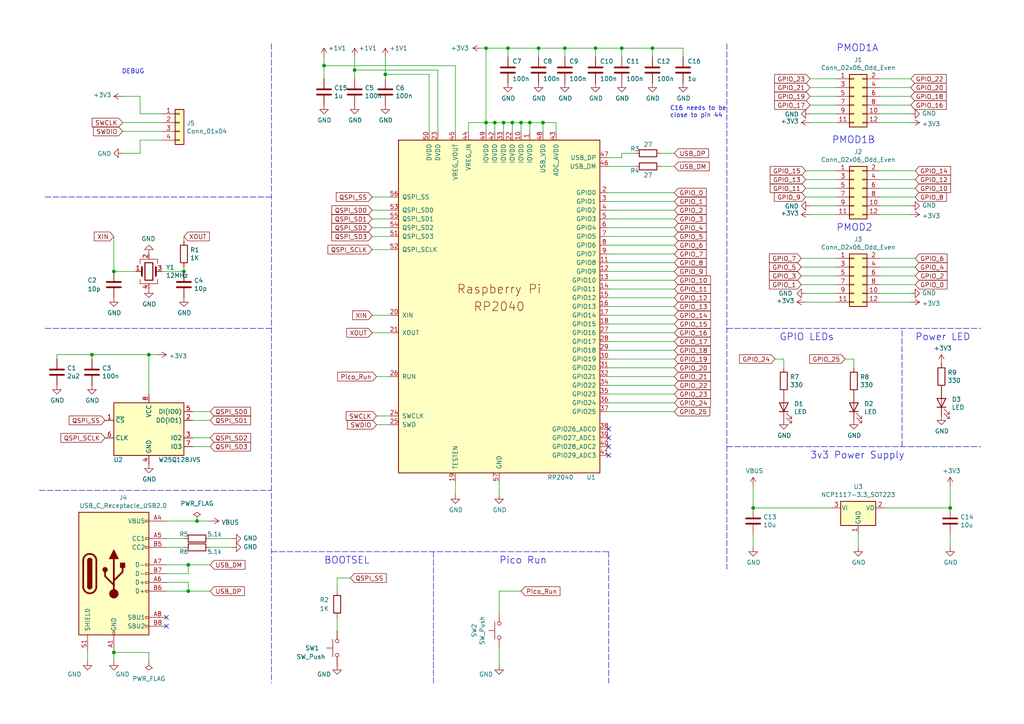
<source format=kicad_sch>
(kicad_sch (version 20211123) (generator eeschema)
  (paper "A4")
  (title_block (title "PMOD for Raspberry Pi RP2040") (date "2021-11-30") (rev "v0.1") (company "James Horton") (comment 1 "with an RP2040 Microcontroller.") (comment 2 "This board is designed for allowing the use of PMod modules") (comment 4 "Licensed Under CERN Open Hardware Licence Version 2 - Permissive"))
  (junction (at 102.87 20.32))
  (junction (at 157.48 35.56))
  (junction (at 43.18 102.87))
  (junction (at 275.59 147.32))
  (junction (at 180.34 13.97))
  (junction (at 140.97 13.97))
  (junction (at 148.59 35.56))
  (junction (at 172.72 13.97))
  (junction (at 218.44 147.32))
  (junction (at 146.05 35.56))
  (junction (at 54.61 171.45))
  (junction (at 53.34 78.74))
  (junction (at 143.51 35.56))
  (junction (at 33.02 78.74))
  (junction (at 57.15 151.13))
  (junction (at 26.67 102.87))
  (junction (at 140.97 35.56))
  (junction (at 156.21 13.97))
  (junction (at 189.23 13.97))
  (junction (at 151.13 35.56))
  (junction (at 147.32 13.97))
  (junction (at 111.76 21.59))
  (junction (at 153.67 35.56))
  (junction (at 163.83 13.97))
  (junction (at 54.61 163.83))
  (junction (at 93.98 19.05))
  (junction (at 33.02 189.23))
  (no_connect (at 176.53 132.08))
  (no_connect (at 176.53 129.54))
  (no_connect (at 48.26 179.07))
  (no_connect (at 48.26 181.61))
  (no_connect (at 176.53 127))
  (no_connect (at 176.53 124.46))
  (wire (pts (xy 242.57 74.93) (xy 232.41 74.93)))
  (wire (pts (xy 265.43 52.07) (xy 255.27 52.07)))
  (wire (pts (xy 48.26 151.13) (xy 57.15 151.13)))
  (wire (pts (xy 35.56 35.56) (xy 46.99 35.56)))
  (wire (pts (xy 163.83 16.51) (xy 163.83 13.97)))
  (wire (pts (xy 148.59 35.56) (xy 146.05 35.56)))
  (wire (pts (xy 275.59 140.97) (xy 275.59 147.32)))
  (wire (pts (xy 111.76 22.86) (xy 111.76 21.59)))
  (wire (pts (xy 233.68 57.15) (xy 242.57 57.15)))
  (wire (pts (xy 242.57 54.61) (xy 233.68 54.61)))
  (wire (pts (xy 157.48 38.1) (xy 157.48 35.56)))
  (wire (pts (xy 227.33 106.68) (xy 227.33 104.14)))
  (wire (pts (xy 255.27 49.53) (xy 265.43 49.53)))
  (wire (pts (xy 195.58 68.58) (xy 176.53 68.58)))
  (wire (pts (xy 33.02 191.77) (xy 33.02 189.23)))
  (wire (pts (xy 153.67 35.56) (xy 151.13 35.56)))
  (wire (pts (xy 54.61 168.91) (xy 54.61 171.45)))
  (wire (pts (xy 195.58 81.28) (xy 176.53 81.28)))
  (wire (pts (xy 242.57 30.48) (xy 234.95 30.48)))
  (wire (pts (xy 242.57 59.69) (xy 234.95 59.69)))
  (wire (pts (xy 113.03 57.15) (xy 107.95 57.15)))
  (wire (pts (xy 234.95 33.02) (xy 242.57 33.02)))
  (wire (pts (xy 132.08 139.7) (xy 132.08 143.51)))
  (wire (pts (xy 227.33 104.14) (xy 224.79 104.14)))
  (wire (pts (xy 242.57 35.56) (xy 234.95 35.56)))
  (wire (pts (xy 195.58 76.2) (xy 176.53 76.2)))
  (wire (pts (xy 264.16 30.48) (xy 255.27 30.48)))
  (wire (pts (xy 135.89 35.56) (xy 140.97 35.56)))
  (wire (pts (xy 195.58 58.42) (xy 176.53 58.42)))
  (wire (pts (xy 46.99 33.02) (xy 40.64 33.02)))
  (polyline (pts (xy 176.53 160.02) (xy 176.53 198.12)))
  (wire (pts (xy 161.29 35.56) (xy 157.48 35.56)))
  (wire (pts (xy 256.54 147.32) (xy 275.59 147.32)))
  (wire (pts (xy 255.27 22.86) (xy 264.16 22.86)))
  (wire (pts (xy 176.53 99.06) (xy 195.58 99.06)))
  (wire (pts (xy 111.76 16.51) (xy 111.76 21.59)))
  (wire (pts (xy 176.53 55.88) (xy 195.58 55.88)))
  (wire (pts (xy 176.53 45.72) (xy 180.34 45.72)))
  (wire (pts (xy 255.27 33.02) (xy 264.16 33.02)))
  (polyline (pts (xy 78.74 12.7) (xy 78.74 198.12)))
  (polyline (pts (xy 210.82 12.7) (xy 210.82 165.1)))
  (wire (pts (xy 60.96 171.45) (xy 54.61 171.45)))
  (wire (pts (xy 25.4 191.77) (xy 25.4 189.23)))
  (wire (pts (xy 113.03 63.5) (xy 107.95 63.5)))
  (wire (pts (xy 195.58 44.45) (xy 191.77 44.45)))
  (wire (pts (xy 176.53 66.04) (xy 195.58 66.04)))
  (wire (pts (xy 45.72 102.87) (xy 43.18 102.87)))
  (wire (pts (xy 147.32 16.51) (xy 147.32 13.97)))
  (wire (pts (xy 255.27 59.69) (xy 264.16 59.69)))
  (wire (pts (xy 139.7 13.97) (xy 140.97 13.97)))
  (wire (pts (xy 233.68 85.09) (xy 242.57 85.09)))
  (polyline (pts (xy 261.62 129.54) (xy 261.62 95.25)))
  (wire (pts (xy 195.58 109.22) (xy 176.53 109.22)))
  (wire (pts (xy 156.21 13.97) (xy 163.83 13.97)))
  (wire (pts (xy 153.67 38.1) (xy 153.67 35.56)))
  (wire (pts (xy 255.27 62.23) (xy 264.16 62.23)))
  (wire (pts (xy 264.16 85.09) (xy 255.27 85.09)))
  (wire (pts (xy 143.51 38.1) (xy 143.51 35.56)))
  (wire (pts (xy 151.13 38.1) (xy 151.13 35.56)))
  (polyline (pts (xy 78.74 95.25) (xy 12.7 95.25)))
  (wire (pts (xy 242.57 49.53) (xy 233.68 49.53)))
  (wire (pts (xy 107.95 66.04) (xy 113.03 66.04)))
  (wire (pts (xy 124.46 21.59) (xy 111.76 21.59)))
  (wire (pts (xy 264.16 25.4) (xy 255.27 25.4)))
  (wire (pts (xy 247.65 104.14) (xy 247.65 106.68)))
  (wire (pts (xy 255.27 80.01) (xy 265.43 80.01)))
  (wire (pts (xy 176.53 114.3) (xy 195.58 114.3)))
  (wire (pts (xy 176.53 104.14) (xy 195.58 104.14)))
  (wire (pts (xy 48.26 163.83) (xy 54.61 163.83)))
  (wire (pts (xy 109.22 109.22) (xy 113.03 109.22)))
  (wire (pts (xy 245.11 104.14) (xy 247.65 104.14)))
  (wire (pts (xy 43.18 102.87) (xy 26.67 102.87)))
  (wire (pts (xy 26.67 102.87) (xy 26.67 104.14)))
  (wire (pts (xy 172.72 13.97) (xy 172.72 16.51)))
  (wire (pts (xy 109.22 120.65) (xy 113.03 120.65)))
  (wire (pts (xy 265.43 57.15) (xy 255.27 57.15)))
  (wire (pts (xy 234.95 27.94) (xy 242.57 27.94)))
  (wire (pts (xy 67.31 156.21) (xy 60.96 156.21)))
  (wire (pts (xy 255.27 82.55) (xy 265.43 82.55)))
  (wire (pts (xy 161.29 38.1) (xy 161.29 35.56)))
  (wire (pts (xy 48.26 166.37) (xy 54.61 166.37)))
  (wire (pts (xy 176.53 83.82) (xy 195.58 83.82)))
  (wire (pts (xy 156.21 13.97) (xy 156.21 16.51)))
  (wire (pts (xy 248.92 158.75) (xy 248.92 154.94)))
  (wire (pts (xy 113.03 123.19) (xy 109.22 123.19)))
  (wire (pts (xy 43.18 189.23) (xy 33.02 189.23)))
  (wire (pts (xy 124.46 38.1) (xy 124.46 21.59)))
  (wire (pts (xy 176.53 73.66) (xy 195.58 73.66)))
  (wire (pts (xy 218.44 147.32) (xy 241.3 147.32)))
  (wire (pts (xy 242.57 80.01) (xy 232.41 80.01)))
  (wire (pts (xy 53.34 68.58) (xy 53.34 69.85)))
  (wire (pts (xy 198.12 16.51) (xy 198.12 13.97)))
  (polyline (pts (xy 78.74 160.02) (xy 176.53 160.02)))
  (wire (pts (xy 93.98 19.05) (xy 132.08 19.05)))
  (wire (pts (xy 46.99 78.74) (xy 53.34 78.74)))
  (wire (pts (xy 53.34 158.75) (xy 48.26 158.75)))
  (polyline (pts (xy 210.82 95.25) (xy 284.48 95.25)))
  (wire (pts (xy 16.51 102.87) (xy 16.51 104.14)))
  (wire (pts (xy 180.34 45.72) (xy 180.34 44.45)))
  (wire (pts (xy 144.78 139.7) (xy 144.78 143.51)))
  (polyline (pts (xy 125.73 160.02) (xy 125.73 198.12)))
  (wire (pts (xy 195.58 101.6) (xy 176.53 101.6)))
  (wire (pts (xy 143.51 35.56) (xy 140.97 35.56)))
  (wire (pts (xy 176.53 88.9) (xy 195.58 88.9)))
  (wire (pts (xy 97.79 167.64) (xy 97.79 171.45)))
  (wire (pts (xy 46.99 38.1) (xy 35.56 38.1)))
  (wire (pts (xy 53.34 77.47) (xy 53.34 78.74)))
  (wire (pts (xy 218.44 140.97) (xy 218.44 147.32)))
  (wire (pts (xy 144.78 193.04) (xy 144.78 187.96)))
  (wire (pts (xy 172.72 13.97) (xy 180.34 13.97)))
  (wire (pts (xy 176.53 106.68) (xy 195.58 106.68)))
  (wire (pts (xy 60.96 127) (xy 55.88 127)))
  (wire (pts (xy 176.53 48.26) (xy 184.15 48.26)))
  (wire (pts (xy 232.41 77.47) (xy 242.57 77.47)))
  (wire (pts (xy 242.57 87.63) (xy 233.68 87.63)))
  (wire (pts (xy 48.26 156.21) (xy 53.34 156.21)))
  (wire (pts (xy 176.53 71.12) (xy 195.58 71.12)))
  (wire (pts (xy 102.87 22.86) (xy 102.87 20.32)))
  (wire (pts (xy 172.72 13.97) (xy 163.83 13.97)))
  (wire (pts (xy 35.56 44.45) (xy 40.64 44.45)))
  (wire (pts (xy 107.95 72.39) (xy 113.03 72.39)))
  (wire (pts (xy 40.64 44.45) (xy 40.64 40.64)))
  (polyline (pts (xy 210.82 129.54) (xy 284.48 129.54)))
  (wire (pts (xy 195.58 86.36) (xy 176.53 86.36)))
  (wire (pts (xy 275.59 154.94) (xy 275.59 158.75)))
  (wire (pts (xy 60.96 121.92) (xy 55.88 121.92)))
  (wire (pts (xy 146.05 35.56) (xy 143.51 35.56)))
  (wire (pts (xy 195.58 119.38) (xy 176.53 119.38)))
  (wire (pts (xy 195.58 91.44) (xy 176.53 91.44)))
  (wire (pts (xy 54.61 171.45) (xy 48.26 171.45)))
  (wire (pts (xy 107.95 96.52) (xy 113.03 96.52)))
  (polyline (pts (xy 11.43 142.24) (xy 78.74 142.24)))
  (wire (pts (xy 107.95 60.96) (xy 113.03 60.96)))
  (wire (pts (xy 97.79 179.07) (xy 97.79 182.88)))
  (wire (pts (xy 55.88 129.54) (xy 60.96 129.54)))
  (wire (pts (xy 33.02 68.58) (xy 33.02 78.74)))
  (wire (pts (xy 54.61 163.83) (xy 60.96 163.83)))
  (wire (pts (xy 43.18 191.77) (xy 43.18 189.23)))
  (wire (pts (xy 127 38.1) (xy 127 20.32)))
  (wire (pts (xy 176.53 78.74) (xy 195.58 78.74)))
  (wire (pts (xy 67.31 158.75) (xy 60.96 158.75)))
  (wire (pts (xy 93.98 22.86) (xy 93.98 19.05)))
  (wire (pts (xy 102.87 16.51) (xy 102.87 20.32)))
  (wire (pts (xy 264.16 35.56) (xy 255.27 35.56)))
  (wire (pts (xy 195.58 111.76) (xy 176.53 111.76)))
  (wire (pts (xy 156.21 13.97) (xy 147.32 13.97)))
  (wire (pts (xy 54.61 166.37) (xy 54.61 163.83)))
  (wire (pts (xy 151.13 35.56) (xy 148.59 35.56)))
  (wire (pts (xy 102.87 20.32) (xy 127 20.32)))
  (polyline (pts (xy 78.74 57.15) (xy 12.7 57.15)))
  (wire (pts (xy 198.12 13.97) (xy 189.23 13.97)))
  (wire (pts (xy 234.95 62.23) (xy 242.57 62.23)))
  (wire (pts (xy 176.53 63.5) (xy 195.58 63.5)))
  (wire (pts (xy 113.03 91.44) (xy 107.95 91.44)))
  (wire (pts (xy 232.41 82.55) (xy 242.57 82.55)))
  (wire (pts (xy 195.58 96.52) (xy 176.53 96.52)))
  (wire (pts (xy 135.89 38.1) (xy 135.89 35.56)))
  (wire (pts (xy 255.27 74.93) (xy 265.43 74.93)))
  (wire (pts (xy 176.53 93.98) (xy 195.58 93.98)))
  (wire (pts (xy 148.59 38.1) (xy 148.59 35.56)))
  (wire (pts (xy 189.23 13.97) (xy 189.23 16.51)))
  (wire (pts (xy 146.05 38.1) (xy 146.05 35.56)))
  (wire (pts (xy 26.67 102.87) (xy 16.51 102.87)))
  (wire (pts (xy 176.53 116.84) (xy 195.58 116.84)))
  (wire (pts (xy 180.34 16.51) (xy 180.34 13.97)))
  (wire (pts (xy 57.15 151.13) (xy 60.96 151.13)))
  (wire (pts (xy 101.6 167.64) (xy 97.79 167.64)))
  (wire (pts (xy 255.27 54.61) (xy 265.43 54.61)))
  (wire (pts (xy 255.27 77.47) (xy 265.43 77.47)))
  (wire (pts (xy 218.44 154.94) (xy 218.44 158.75)))
  (wire (pts (xy 140.97 35.56) (xy 140.97 13.97)))
  (wire (pts (xy 40.64 33.02) (xy 40.64 27.94)))
  (wire (pts (xy 255.27 87.63) (xy 264.16 87.63)))
  (wire (pts (xy 144.78 177.8) (xy 144.78 171.45)))
  (wire (pts (xy 144.78 171.45) (xy 151.13 171.45)))
  (wire (pts (xy 48.26 168.91) (xy 54.61 168.91)))
  (wire (pts (xy 113.03 68.58) (xy 107.95 68.58)))
  (wire (pts (xy 60.96 119.38) (xy 55.88 119.38)))
  (wire (pts (xy 191.77 48.26) (xy 195.58 48.26)))
  (wire (pts (xy 233.68 52.07) (xy 242.57 52.07)))
  (wire (pts (xy 43.18 114.3) (xy 43.18 102.87)))
  (wire (pts (xy 132.08 19.05) (xy 132.08 38.1)))
  (wire (pts (xy 140.97 35.56) (xy 140.97 38.1)))
  (wire (pts (xy 180.34 44.45) (xy 184.15 44.45)))
  (wire (pts (xy 40.64 40.64) (xy 46.99 40.64)))
  (wire (pts (xy 255.27 27.94) (xy 264.16 27.94)))
  (wire (pts (xy 242.57 25.4) (xy 234.95 25.4)))
  (wire (pts (xy 157.48 35.56) (xy 153.67 35.56)))
  (wire (pts (xy 39.37 78.74) (xy 33.02 78.74)))
  (wire (pts (xy 234.95 22.86) (xy 242.57 22.86)))
  (wire (pts (xy 195.58 60.96) (xy 176.53 60.96)))
  (wire (pts (xy 189.23 13.97) (xy 180.34 13.97)))
  (wire (pts (xy 93.98 19.05) (xy 93.98 16.51)))
  (wire (pts (xy 40.64 27.94) (xy 35.56 27.94)))
  (wire (pts (xy 140.97 13.97) (xy 147.32 13.97)))
  (text "Pico Run" (at 144.78 163.83 0) (effects (font (size 2.0066 2.0066)) (justify left bottom)))
  (text "PMOD1B" (at 241.3 41.91 0) (effects (font (size 2.0066 2.0066)) (justify left bottom)))
  (text "Power LED" (at 265.43 99.06 0) (effects (font (size 2.0066 2.0066)) (justify left bottom)))
  (text "DEBUG" (at 41.91 21.59 180) (effects (font (size 1.2954 1.2954)) (justify right bottom)))
  (text "GPIO LEDs" (at 226.06 99.06 0) (effects (font (size 2.0066 2.0066)) (justify left bottom)))
  (text "3v3 Power Supply" (at 234.95 133.35 0) (effects (font (size 2.0066 2.0066)) (justify left bottom)))
  (text "PMOD2" (at 242.57 67.31 0) (effects (font (size 2.0066 2.0066)) (justify left bottom)))
  (text "PMOD1A" (at 242.57 15.24 0) (effects (font (size 2.0066 2.0066)) (justify left bottom)))
  (text "BOOTSEL" (at 93.98 163.83 0) (effects (font (size 2.0066 2.0066)) (justify left bottom)))
  (text "C16 needs to be \nclose to pin 44" (at 194.31 34.29 0) (effects (font (size 1.27 1.27)) (justify left bottom)))
  (global_label "QSPI_SD3" (shape input) (at 107.95 68.58 180) (effects (font (size 1.2954 1.2954))) (property "Intersheet References" "${INTERSHEET_REFS}" (effects hide)))
  (global_label "GPIO_10" (shape input) (at 265.43 54.61 0) (property "Intersheet References" "${INTERSHEET_REFS}" (effects hide)))
  (global_label "GPIO_9" (shape input) (at 233.68 57.15 180) (property "Intersheet References" "${INTERSHEET_REFS}" (effects hide)))
  (global_label "GPIO_1" (shape input) (at 195.58 58.42 0) (effects (font (size 1.2954 1.2954))) (property "Intersheet References" "${INTERSHEET_REFS}" (effects hide)))
  (global_label "QSPI_SCLK" (shape input) (at 30.48 127 180) (effects (font (size 1.2954 1.2954))) (property "Intersheet References" "${INTERSHEET_REFS}" (effects hide)))
  (global_label "GPIO_0" (shape input) (at 265.43 82.55 0) (effects (font (size 1.2954 1.2954))) (property "Intersheet References" "${INTERSHEET_REFS}" (effects hide)))
  (global_label "Pico_Run" (shape input) (at 109.22 109.22 180) (effects (font (size 1.2954 1.2954))) (property "Intersheet References" "${INTERSHEET_REFS}" (effects hide)))
  (global_label "SWCLK" (shape input) (at 35.56 35.56 180) (effects (font (size 1.2954 1.2954))) (property "Intersheet References" "${INTERSHEET_REFS}" (effects hide)))
  (global_label "GPIO_21" (shape input) (at 234.95 25.4 180) (property "Intersheet References" "${INTERSHEET_REFS}" (effects hide)))
  (global_label "GPIO_14" (shape input) (at 265.43 49.53 0) (property "Intersheet References" "${INTERSHEET_REFS}" (effects hide)))
  (global_label "GPIO_6" (shape input) (at 195.58 71.12 0) (effects (font (size 1.2954 1.2954))) (property "Intersheet References" "${INTERSHEET_REFS}" (effects hide)))
  (global_label "GPIO_8" (shape input) (at 265.43 57.15 0) (property "Intersheet References" "${INTERSHEET_REFS}" (effects hide)))
  (global_label "GPIO_4" (shape input) (at 265.43 77.47 0) (effects (font (size 1.2954 1.2954))) (property "Intersheet References" "${INTERSHEET_REFS}" (effects hide)))
  (global_label "QSPI_SCLK" (shape input) (at 107.95 72.39 180) (effects (font (size 1.2954 1.2954))) (property "Intersheet References" "${INTERSHEET_REFS}" (effects hide)))
  (global_label "GPIO_10" (shape input) (at 195.58 81.28 0) (effects (font (size 1.2954 1.2954))) (property "Intersheet References" "${INTERSHEET_REFS}" (effects hide)))
  (global_label "GPIO_13" (shape input) (at 233.68 52.07 180) (property "Intersheet References" "${INTERSHEET_REFS}" (effects hide)))
  (global_label "QSPI_SS" (shape input) (at 101.6 167.64 0) (effects (font (size 1.2954 1.2954))) (property "Intersheet References" "${INTERSHEET_REFS}" (effects hide)))
  (global_label "SWCLK" (shape input) (at 109.22 120.65 180) (effects (font (size 1.2954 1.2954))) (property "Intersheet References" "${INTERSHEET_REFS}" (effects hide)))
  (global_label "XOUT" (shape input) (at 53.34 68.58 0) (effects (font (size 1.2954 1.2954))) (property "Intersheet References" "${INTERSHEET_REFS}" (effects hide)))
  (global_label "GPIO_11" (shape input) (at 195.58 83.82 0) (effects (font (size 1.2954 1.2954))) (property "Intersheet References" "${INTERSHEET_REFS}" (effects hide)))
  (global_label "GPIO_3" (shape input) (at 232.41 80.01 180) (effects (font (size 1.2954 1.2954))) (property "Intersheet References" "${INTERSHEET_REFS}" (effects hide)))
  (global_label "GPIO_1" (shape input) (at 232.41 82.55 180) (effects (font (size 1.2954 1.2954))) (property "Intersheet References" "${INTERSHEET_REFS}" (effects hide)))
  (global_label "QSPI_SD1" (shape input) (at 107.95 63.5 180) (effects (font (size 1.2954 1.2954))) (property "Intersheet References" "${INTERSHEET_REFS}" (effects hide)))
  (global_label "GPIO_0" (shape input) (at 195.58 55.88 0) (effects (font (size 1.2954 1.2954))) (property "Intersheet References" "${INTERSHEET_REFS}" (effects hide)))
  (global_label "GPIO_16" (shape input) (at 195.58 96.52 0) (effects (font (size 1.2954 1.2954))) (property "Intersheet References" "${INTERSHEET_REFS}" (effects hide)))
  (global_label "GPIO_24" (shape input) (at 224.79 104.14 180) (property "Intersheet References" "${INTERSHEET_REFS}" (effects hide)))
  (global_label "GPIO_13" (shape input) (at 195.58 88.9 0) (effects (font (size 1.2954 1.2954))) (property "Intersheet References" "${INTERSHEET_REFS}" (effects hide)))
  (global_label "GPIO_23" (shape input) (at 195.58 114.3 0) (effects (font (size 1.2954 1.2954))) (property "Intersheet References" "${INTERSHEET_REFS}" (effects hide)))
  (global_label "GPIO_15" (shape input) (at 195.58 93.98 0) (effects (font (size 1.2954 1.2954))) (property "Intersheet References" "${INTERSHEET_REFS}" (effects hide)))
  (global_label "QSPI_SD2" (shape input) (at 60.96 127 0) (effects (font (size 1.2954 1.2954))) (property "Intersheet References" "${INTERSHEET_REFS}" (effects hide)))
  (global_label "QSPI_SD3" (shape input) (at 60.96 129.54 0) (effects (font (size 1.2954 1.2954))) (property "Intersheet References" "${INTERSHEET_REFS}" (effects hide)))
  (global_label "GPIO_23" (shape input) (at 234.95 22.86 180) (property "Intersheet References" "${INTERSHEET_REFS}" (effects hide)))
  (global_label "Pico_Run" (shape input) (at 151.13 171.45 0) (effects (font (size 1.2954 1.2954))) (property "Intersheet References" "${INTERSHEET_REFS}" (effects hide)))
  (global_label "GPIO_8" (shape input) (at 195.58 76.2 0) (effects (font (size 1.2954 1.2954))) (property "Intersheet References" "${INTERSHEET_REFS}" (effects hide)))
  (global_label "QSPI_SD0" (shape input) (at 60.96 119.38 0) (effects (font (size 1.2954 1.2954))) (property "Intersheet References" "${INTERSHEET_REFS}" (effects hide)))
  (global_label "QSPI_SS" (shape input) (at 107.95 57.15 180) (effects (font (size 1.2954 1.2954))) (property "Intersheet References" "${INTERSHEET_REFS}" (effects hide)))
  (global_label "GPIO_20" (shape input) (at 195.58 106.68 0) (effects (font (size 1.2954 1.2954))) (property "Intersheet References" "${INTERSHEET_REFS}" (effects hide)))
  (global_label "GPIO_9" (shape input) (at 195.58 78.74 0) (effects (font (size 1.2954 1.2954))) (property "Intersheet References" "${INTERSHEET_REFS}" (effects hide)))
  (global_label "GPIO_2" (shape input) (at 265.43 80.01 0) (effects (font (size 1.2954 1.2954))) (property "Intersheet References" "${INTERSHEET_REFS}" (effects hide)))
  (global_label "QSPI_SD0" (shape input) (at 107.95 60.96 180) (effects (font (size 1.2954 1.2954))) (property "Intersheet References" "${INTERSHEET_REFS}" (effects hide)))
  (global_label "GPIO_22" (shape input) (at 195.58 111.76 0) (effects (font (size 1.2954 1.2954))) (property "Intersheet References" "${INTERSHEET_REFS}" (effects hide)))
  (global_label "GPIO_21" (shape input) (at 195.58 109.22 0) (effects (font (size 1.2954 1.2954))) (property "Intersheet References" "${INTERSHEET_REFS}" (effects hide)))
  (global_label "GPIO_19" (shape input) (at 195.58 104.14 0) (effects (font (size 1.2954 1.2954))) (property "Intersheet References" "${INTERSHEET_REFS}" (effects hide)))
  (global_label "GPIO_18" (shape input) (at 264.16 27.94 0) (property "Intersheet References" "${INTERSHEET_REFS}" (effects hide)))
  (global_label "GPIO_5" (shape input) (at 195.58 68.58 0) (effects (font (size 1.2954 1.2954))) (property "Intersheet References" "${INTERSHEET_REFS}" (effects hide)))
  (global_label "USB_DP" (shape input) (at 60.96 171.45 0) (effects (font (size 1.2954 1.2954))) (property "Intersheet References" "${INTERSHEET_REFS}" (effects hide)))
  (global_label "XIN" (shape input) (at 107.95 91.44 180) (effects (font (size 1.2954 1.2954))) (property "Intersheet References" "${INTERSHEET_REFS}" (effects hide)))
  (global_label "XIN" (shape input) (at 33.02 68.58 180) (effects (font (size 1.2954 1.2954))) (property "Intersheet References" "${INTERSHEET_REFS}" (effects hide)))
  (global_label "GPIO_25" (shape input) (at 195.58 119.38 0) (property "Intersheet References" "${INTERSHEET_REFS}" (effects hide)))
  (global_label "GPIO_17" (shape input) (at 195.58 99.06 0) (effects (font (size 1.2954 1.2954))) (property "Intersheet References" "${INTERSHEET_REFS}" (effects hide)))
  (global_label "SWDIO" (shape input) (at 35.56 38.1 180) (effects (font (size 1.2954 1.2954))) (property "Intersheet References" "${INTERSHEET_REFS}" (effects hide)))
  (global_label "GPIO_25" (shape input) (at 245.11 104.14 180) (property "Intersheet References" "${INTERSHEET_REFS}" (effects hide)))
  (global_label "GPIO_11" (shape input) (at 233.68 54.61 180) (property "Intersheet References" "${INTERSHEET_REFS}" (effects hide)))
  (global_label "GPIO_7" (shape input) (at 195.58 73.66 0) (effects (font (size 1.2954 1.2954))) (property "Intersheet References" "${INTERSHEET_REFS}" (effects hide)))
  (global_label "SWDIO" (shape input) (at 109.22 123.19 180) (effects (font (size 1.2954 1.2954))) (property "Intersheet References" "${INTERSHEET_REFS}" (effects hide)))
  (global_label "GPIO_19" (shape input) (at 234.95 27.94 180) (property "Intersheet References" "${INTERSHEET_REFS}" (effects hide)))
  (global_label "GPIO_5" (shape input) (at 232.41 77.47 180) (effects (font (size 1.2954 1.2954))) (property "Intersheet References" "${INTERSHEET_REFS}" (effects hide)))
  (global_label "GPIO_24" (shape input) (at 195.58 116.84 0) (effects (font (size 1.2954 1.2954))) (property "Intersheet References" "${INTERSHEET_REFS}" (effects hide)))
  (global_label "GPIO_12" (shape input) (at 265.43 52.07 0) (property "Intersheet References" "${INTERSHEET_REFS}" (effects hide)))
  (global_label "QSPI_SD1" (shape input) (at 60.96 121.92 0) (effects (font (size 1.2954 1.2954))) (property "Intersheet References" "${INTERSHEET_REFS}" (effects hide)))
  (global_label "GPIO_14" (shape input) (at 195.58 91.44 0) (effects (font (size 1.2954 1.2954))) (property "Intersheet References" "${INTERSHEET_REFS}" (effects hide)))
  (global_label "QSPI_SD2" (shape input) (at 107.95 66.04 180) (effects (font (size 1.2954 1.2954))) (property "Intersheet References" "${INTERSHEET_REFS}" (effects hide)))
  (global_label "GPIO_12" (shape input) (at 195.58 86.36 0) (effects (font (size 1.2954 1.2954))) (property "Intersheet References" "${INTERSHEET_REFS}" (effects hide)))
  (global_label "GPIO_20" (shape input) (at 264.16 25.4 0) (property "Intersheet References" "${INTERSHEET_REFS}" (effects hide)))
  (global_label "GPIO_3" (shape input) (at 195.58 63.5 0) (effects (font (size 1.2954 1.2954))) (property "Intersheet References" "${INTERSHEET_REFS}" (effects hide)))
  (global_label "GPIO_4" (shape input) (at 195.58 66.04 0) (effects (font (size 1.2954 1.2954))) (property "Intersheet References" "${INTERSHEET_REFS}" (effects hide)))
  (global_label "GPIO_16" (shape input) (at 264.16 30.48 0) (property "Intersheet References" "${INTERSHEET_REFS}" (effects hide)))
  (global_label "GPIO_15" (shape input) (at 233.68 49.53 180) (property "Intersheet References" "${INTERSHEET_REFS}" (effects hide)))
  (global_label "XOUT" (shape input) (at 107.95 96.52 180) (effects (font (size 1.2954 1.2954))) (property "Intersheet References" "${INTERSHEET_REFS}" (effects hide)))
  (global_label "GPIO_17" (shape input) (at 234.95 30.48 180) (property "Intersheet References" "${INTERSHEET_REFS}" (effects hide)))
  (global_label "GPIO_6" (shape input) (at 265.43 74.93 0) (effects (font (size 1.2954 1.2954))) (property "Intersheet References" "${INTERSHEET_REFS}" (effects hide)))
  (global_label "GPIO_2" (shape input) (at 195.58 60.96 0) (effects (font (size 1.2954 1.2954))) (property "Intersheet References" "${INTERSHEET_REFS}" (effects hide)))
  (global_label "GPIO_22" (shape input) (at 264.16 22.86 0) (property "Intersheet References" "${INTERSHEET_REFS}" (effects hide)))
  (global_label "USB_DM" (shape input) (at 60.96 163.83 0) (effects (font (size 1.2954 1.2954))) (property "Intersheet References" "${INTERSHEET_REFS}" (effects hide)))
  (global_label "GPIO_18" (shape input) (at 195.58 101.6 0) (effects (font (size 1.2954 1.2954))) (property "Intersheet References" "${INTERSHEET_REFS}" (effects hide)))
  (global_label "USB_DP" (shape input) (at 195.58 44.45 0) (effects (font (size 1.2954 1.2954))) (property "Intersheet References" "${INTERSHEET_REFS}" (effects hide)))
  (global_label "QSPI_SS" (shape input) (at 30.48 121.92 180) (effects (font (size 1.2954 1.2954))) (property "Intersheet References" "${INTERSHEET_REFS}" (effects hide)))
  (global_label "GPIO_7" (shape input) (at 232.41 74.93 180) (effects (font (size 1.2954 1.2954))) (property "Intersheet References" "${INTERSHEET_REFS}" (effects hide)))
  (global_label "USB_DM" (shape input) (at 195.58 48.26 0) (effects (font (size 1.2954 1.2954))) (property "Intersheet References" "${INTERSHEET_REFS}" (effects hide)))
  (symbol (lib_id "RaspberryPi:RP2040") (at 144.78 88.9 0) (unit 1)
    (property "Reference" "U1" (at 171.45 138.43 0))
    (property "Value" "RP2040" (at 162.56 138.43 0))
    (property "Footprint" "RaspberryPi:RP2040-QFN-56" (effects hide))
  )
  (symbol (lib_id "Connector_Generic:Conn_02x06_Odd_Even") (at 247.65 27.94 0) (unit 1)
    (property "Reference" "J1" (at 248.92 17.3482 0))
    (property "Value" "Conn_02x06_Odd_Even" (at 248.92 19.6596 0))
    (property "Footprint" "Connector_PinHeader_2.54mm:PinHeader_2x06_P2.54mm_Vertical" (effects hide))
  )
  (symbol (lib_id "Connector_Generic:Conn_02x06_Odd_Even") (at 247.65 54.61 0) (unit 1)
    (property "Reference" "J2" (at 248.92 44.0182 0))
    (property "Value" "Conn_02x06_Odd_Even" (at 248.92 46.3296 0))
    (property "Footprint" "Connector_PinHeader_2.54mm:PinHeader_2x06_P2.54mm_Vertical" (effects hide))
  )
  (symbol (lib_id "Connector_Generic:Conn_02x06_Odd_Even") (at 247.65 80.01 0) (unit 1)
    (property "Reference" "J3" (at 248.92 69.4182 0))
    (property "Value" "Conn_02x06_Odd_Even" (at 248.92 71.7296 0))
    (property "Footprint" "Connector_PinHeader_2.54mm:PinHeader_2x06_P2.54mm_Vertical" (effects hide))
  )
  (symbol (lib_id "power:GND") (at 233.68 85.09 270) (unit 1)
    (property "Reference" "#PWR0104" (effects hide))
    (property "Value" "GND" (at 229.87 85.09 90) (effects (justify right)))
  )
  (symbol (lib_id "power:GND") (at 264.16 85.09 90) (unit 1)
    (property "Reference" "#PWR0101" (effects hide))
    (property "Value" "GND" (at 267.4112 84.963 90) (effects (justify right)))
  )
  (symbol (lib_id "power:+3V3") (at 264.16 87.63 270) (unit 1)
    (property "Reference" "#PWR0102" (effects hide))
    (property "Value" "+3V3" (at 267.4112 88.011 90) (effects (justify left)))
  )
  (symbol (lib_id "power:+3V3") (at 233.68 87.63 90) (unit 1)
    (property "Reference" "#PWR0103" (effects hide))
    (property "Value" "+3V3" (at 230.4288 87.249 90) (effects (justify left)))
  )
  (symbol (lib_id "power:+3V3") (at 234.95 62.23 90) (unit 1)
    (property "Reference" "#PWR0105" (effects hide))
    (property "Value" "+3V3" (at 231.6988 61.849 90) (effects (justify left)))
  )
  (symbol (lib_id "power:GND") (at 234.95 59.69 270) (unit 1)
    (property "Reference" "#PWR0106" (effects hide))
    (property "Value" "GND" (at 231.6988 59.817 90) (effects (justify right)))
  )
  (symbol (lib_id "power:+3V3") (at 234.95 35.56 90) (unit 1)
    (property "Reference" "#PWR0107" (effects hide))
    (property "Value" "+3V3" (at 231.6988 35.179 90) (effects (justify left)))
  )
  (symbol (lib_id "power:GND") (at 234.95 33.02 270) (unit 1)
    (property "Reference" "#PWR0108" (effects hide))
    (property "Value" "GND" (at 231.6988 33.147 90) (effects (justify right)))
  )
  (symbol (lib_id "power:GND") (at 264.16 59.69 90) (unit 1)
    (property "Reference" "#PWR0109" (effects hide))
    (property "Value" "GND" (at 267.4112 59.563 90) (effects (justify right)))
  )
  (symbol (lib_id "power:+3V3") (at 264.16 62.23 270) (unit 1)
    (property "Reference" "#PWR0110" (effects hide))
    (property "Value" "+3V3" (at 267.4112 62.611 90) (effects (justify left)))
  )
  (symbol (lib_id "power:GND") (at 264.16 33.02 90) (unit 1)
    (property "Reference" "#PWR0111" (effects hide))
    (property "Value" "GND" (at 267.4112 32.893 90) (effects (justify right)))
  )
  (symbol (lib_id "power:+3V3") (at 264.16 35.56 270) (unit 1)
    (property "Reference" "#PWR0112" (effects hide))
    (property "Value" "+3V3" (at 267.4112 35.941 90) (effects (justify left)))
  )
  (symbol (lib_id "power:GND") (at 144.78 143.51 0) (unit 1)
    (property "Reference" "#PWR0113" (effects hide))
    (property "Value" "GND" (at 144.907 147.9042 0))
  )
  (symbol (lib_id "Switch:SW_Push") (at 97.79 187.96 90) (unit 1)
    (property "Reference" "SW1" (at 90.551 187.96 90))
    (property "Value" "SW_Push" (at 90.17 190.5 90))
    (property "Footprint" "Button_Switch_THT:SW_PUSH_6mm_H4.3mm" (effects hide))
  )
  (symbol (lib_id "Switch:SW_Push") (at 144.78 182.88 90) (unit 1)
    (property "Reference" "SW2" (at 137.541 182.88 0))
    (property "Value" "SW_Push" (at 139.8524 182.88 0))
    (property "Footprint" "Button_Switch_THT:SW_PUSH_6mm_H4.3mm" (effects hide))
  )
  (symbol (lib_id "power:GND") (at 97.79 193.04 0) (unit 1)
    (property "Reference" "#PWR0114" (effects hide))
    (property "Value" "GND" (at 93.98 195.58 0))
  )
  (symbol (lib_id "Device:R") (at 97.79 175.26 0) (unit 1)
    (property "Reference" "R2" (at 92.71 173.99 0) (effects (justify left)))
    (property "Value" "1K" (at 92.71 176.53 0) (effects (justify left)))
    (property "Footprint" "Resistor_SMD:R_0603_1608Metric" (effects hide))
  )
  (symbol (lib_id "power:GND") (at 144.78 193.04 0) (unit 1)
    (property "Reference" "#PWR0115" (effects hide))
    (property "Value" "GND" (at 140.97 195.58 0))
  )
  (symbol (lib_id "Connector:USB_C_Receptacle_USB2.0") (at 33.02 166.37 0) (unit 1)
    (property "Reference" "J4" (at 35.7378 144.3482 0))
    (property "Value" "USB_C_Receptacle_USB2.0" (at 35.7378 146.6596 0))
    (property "Footprint" "Connector_USB:USB_C_Receptacle_Amphenol_12401610E4-2A_CircularHoles" (effects hide))
    (property "Datasheet" "https://www.usb.org/sites/default/files/documents/usb_type-c.zip" (effects hide))
  )
  (symbol (lib_id "Memory_Flash:W25Q128JVS") (at 43.18 124.46 0) (unit 1)
    (property "Reference" "U2" (at 34.29 133.35 0))
    (property "Value" "W25Q128JVS" (at 52.07 133.35 0))
    (property "Footprint" "Package_SO:SOIC-8_5.23x5.23mm_P1.27mm" (effects hide))
    (property "Datasheet" "http://www.winbond.com/resource-files/w25q128jv_dtr%20revc%2003272018%20plus.pdf" (effects hide))
  )
  (symbol (lib_id "power:GND") (at 33.02 191.77 0) (unit 1)
    (property "Reference" "#PWR0116" (effects hide))
    (property "Value" "GND" (at 35.56 195.58 0))
  )
  (symbol (lib_id "power:GND") (at 25.4 191.77 0) (unit 1)
    (property "Reference" "#PWR0117" (effects hide))
    (property "Value" "GND" (at 21.59 195.58 0))
  )
  (symbol (lib_id "Device:Crystal_GND24") (at 43.18 78.74 0) (unit 1)
    (property "Reference" "Y1" (at 48.1076 77.5716 0) (effects (justify left)))
    (property "Value" "12MHz" (at 48.1076 79.883 0) (effects (justify left)))
    (property "Footprint" "Crystal:Crystal_SMD_SeikoEpson_FA238-4Pin_3.2x2.5mm" (effects hide))
  )
  (symbol (lib_id "power:GND") (at 43.18 83.82 0) (unit 1)
    (property "Reference" "#PWR0144" (effects hide))
    (property "Value" "GND" (at 43.307 88.2142 0))
  )
  (symbol (lib_id "power:GND") (at 43.18 73.66 180) (unit 1)
    (property "Reference" "#PWR0145" (effects hide))
    (property "Value" "GND" (at 43.053 69.2658 0))
  )
  (symbol (lib_id "Regulator_Linear:NCP1117-3.3_SOT223") (at 248.92 147.32 0) (unit 1)
    (property "Reference" "U3" (at 248.92 141.1732 0))
    (property "Value" "NCP1117-3.3_SOT223" (at 248.92 143.4846 0))
    (property "Footprint" "Package_TO_SOT_SMD:SOT-223-3_TabPin2" (effects hide))
    (property "Datasheet" "http://www.onsemi.com/pub_link/Collateral/NCP1117-D.PDF" (effects hide))
  )
  (symbol (lib_id "power:GND") (at 248.92 158.75 0) (unit 1)
    (property "Reference" "#PWR0146" (effects hide))
    (property "Value" "GND" (at 249.047 163.1442 0))
  )
  (symbol (lib_id "power:GND") (at 275.59 158.75 0) (unit 1)
    (property "Reference" "#PWR0147" (effects hide))
    (property "Value" "GND" (at 275.717 163.1442 0))
  )
  (symbol (lib_id "power:GND") (at 218.44 158.75 0) (unit 1)
    (property "Reference" "#PWR0148" (effects hide))
    (property "Value" "GND" (at 218.567 163.1442 0))
  )
  (symbol (lib_id "power:+3V3") (at 45.72 102.87 270) (unit 1)
    (property "Reference" "#PWR0118" (effects hide))
    (property "Value" "+3V3" (at 48.9712 103.251 90) (effects (justify left)))
  )
  (symbol (lib_id "power:GND") (at 43.18 134.62 0) (unit 1)
    (property "Reference" "#PWR0119" (effects hide))
    (property "Value" "GND" (at 43.307 139.0142 0))
  )
  (symbol (lib_id "Device:C") (at 26.67 107.95 0) (unit 1)
    (property "Reference" "C3" (at 29.591 106.7816 0) (effects (justify left)))
    (property "Value" "100n" (at 29.591 109.093 0) (effects (justify left)))
    (property "Footprint" "Capacitor_SMD:C_0603_1608Metric" (effects hide))
  )
  (symbol (lib_id "Device:C") (at 16.51 107.95 0) (unit 1)
    (property "Reference" "C1" (at 19.431 106.7816 0) (effects (justify left)))
    (property "Value" "2u2" (at 19.431 109.093 0) (effects (justify left)))
    (property "Footprint" "Capacitor_SMD:C_0603_1608Metric" (effects hide))
  )
  (symbol (lib_id "power:GND") (at 16.51 111.76 0) (unit 1)
    (property "Reference" "#PWR0120" (effects hide))
    (property "Value" "GND" (at 16.637 116.1542 0))
  )
  (symbol (lib_id "power:GND") (at 26.67 111.76 0) (unit 1)
    (property "Reference" "#PWR0121" (effects hide))
    (property "Value" "GND" (at 26.797 116.1542 0))
  )
  (symbol (lib_id "Device:C") (at 275.59 151.13 0) (unit 1)
    (property "Reference" "C14" (at 278.511 149.9616 0) (effects (justify left)))
    (property "Value" "10u" (at 278.511 152.273 0) (effects (justify left)))
    (property "Footprint" "Capacitor_SMD:C_0603_1608Metric" (effects hide))
  )
  (symbol (lib_id "Device:C") (at 218.44 151.13 0) (unit 1)
    (property "Reference" "C13" (at 221.361 149.9616 0) (effects (justify left)))
    (property "Value" "10u" (at 221.361 152.273 0) (effects (justify left)))
    (property "Footprint" "Capacitor_SMD:C_0603_1608Metric" (effects hide))
  )
  (symbol (lib_id "power:+1V1") (at 93.98 16.51 0) (unit 1)
    (property "Reference" "#PWR0143" (effects hide))
    (property "Value" "+1V1" (at 97.79 13.97 0))
  )
  (symbol (lib_id "Device:C") (at 93.98 26.67 0) (unit 1)
    (property "Reference" "C15" (at 96.901 25.5016 0) (effects (justify left)))
    (property "Value" "1u" (at 96.901 27.813 0) (effects (justify left)))
    (property "Footprint" "Capacitor_SMD:C_0603_1608Metric" (effects hide))
  )
  (symbol (lib_id "power:GND") (at 93.98 30.48 0) (unit 1)
    (property "Reference" "#PWR0149" (effects hide))
    (property "Value" "GND" (at 94.107 34.8742 0))
  )
  (symbol (lib_id "Device:R") (at 187.96 44.45 270) (unit 1)
    (property "Reference" "R3" (at 184.15 43.18 90))
    (property "Value" "27" (at 187.96 41.91 90))
    (property "Footprint" "Resistor_SMD:R_0603_1608Metric" (effects hide))
  )
  (symbol (lib_id "Device:R") (at 187.96 48.26 270) (unit 1)
    (property "Reference" "R4" (at 184.15 49.53 90))
    (property "Value" "27" (at 187.96 50.8 90))
    (property "Footprint" "Resistor_SMD:R_0603_1608Metric" (effects hide))
  )
  (symbol (lib_id "Device:R") (at 57.15 156.21 270) (unit 1)
    (property "Reference" "R5" (at 53.34 154.94 90))
    (property "Value" "5.1k" (at 62.23 154.94 90))
    (property "Footprint" "Resistor_SMD:R_0603_1608Metric" (effects hide))
  )
  (symbol (lib_id "Device:R") (at 57.15 158.75 90) (unit 1)
    (property "Reference" "R6" (at 53.34 160.02 90))
    (property "Value" "5.1k" (at 62.23 160.02 90))
    (property "Footprint" "Resistor_SMD:R_0603_1608Metric" (effects hide))
  )
  (symbol (lib_id "Device:C") (at 198.12 20.32 0) (unit 1)
    (property "Reference" "C16" (at 199.39 17.78 0) (effects (justify left)))
    (property "Value" "1u" (at 199.39 22.86 0) (effects (justify left)))
    (property "Footprint" "Capacitor_SMD:C_0603_1608Metric" (effects hide))
  )
  (symbol (lib_id "power:GND") (at 198.12 24.13 0) (unit 1)
    (property "Reference" "#PWR0150" (effects hide))
    (property "Value" "GND" (at 198.247 28.5242 0))
  )
  (symbol (lib_id "power:GND") (at 67.31 156.21 90) (unit 1)
    (property "Reference" "#PWR0125" (effects hide))
    (property "Value" "GND" (at 70.5612 156.083 90) (effects (justify right)))
  )
  (symbol (lib_id "power:GND") (at 67.31 158.75 90) (unit 1)
    (property "Reference" "#PWR0126" (effects hide))
    (property "Value" "GND" (at 70.5612 158.623 90) (effects (justify right)))
  )
  (symbol (lib_id "power:GND") (at 132.08 143.51 0) (unit 1)
    (property "Reference" "#PWR0122" (effects hide))
    (property "Value" "GND" (at 132.207 147.9042 0))
  )
  (symbol (lib_id "power:+3V3") (at 35.56 27.94 90) (unit 1)
    (property "Reference" "#PWR0142" (effects hide))
    (property "Value" "+3V3" (at 32.3088 27.559 90) (effects (justify left)))
  )
  (symbol (lib_id "Connector_Generic:Conn_01x04") (at 52.07 35.56 0) (unit 1)
    (property "Reference" "J5" (at 54.102 35.7632 0) (effects (justify left)))
    (property "Value" "Conn_01x04" (at 54.102 38.0746 0) (effects (justify left)))
    (property "Footprint" "Connector_PinHeader_2.54mm:PinHeader_1x04_P2.54mm_Vertical" (effects hide))
  )
  (symbol (lib_id "power:GND") (at 33.02 86.36 0) (unit 1)
    (property "Reference" "#PWR0123" (effects hide))
    (property "Value" "GND" (at 33.147 90.7542 0))
  )
  (symbol (lib_id "power:GND") (at 53.34 86.36 0) (unit 1)
    (property "Reference" "#PWR0124" (effects hide))
    (property "Value" "GND" (at 53.467 90.7542 0))
  )
  (symbol (lib_id "Device:C") (at 33.02 82.55 0) (unit 1)
    (property "Reference" "C2" (at 25.4 81.28 0) (effects (justify left)))
    (property "Value" "10p" (at 25.4 83.82 0) (effects (justify left)))
    (property "Footprint" "Capacitor_SMD:C_0603_1608Metric" (effects hide))
  )
  (symbol (lib_id "Device:C") (at 53.34 82.55 0) (unit 1)
    (property "Reference" "C4" (at 56.261 81.3816 0) (effects (justify left)))
    (property "Value" "10p" (at 56.261 83.693 0) (effects (justify left)))
    (property "Footprint" "Capacitor_SMD:C_0603_1608Metric" (effects hide))
  )
  (symbol (lib_id "Device:R") (at 53.34 73.66 0) (unit 1)
    (property "Reference" "R1" (at 55.118 72.4916 0) (effects (justify left)))
    (property "Value" "1K" (at 55.118 74.803 0) (effects (justify left)))
    (property "Footprint" "Resistor_SMD:R_0603_1608Metric" (effects hide))
  )
  (symbol (lib_id "Device:R") (at 227.33 110.49 0) (unit 1)
    (property "Reference" "R7" (at 229.108 109.3216 0) (effects (justify left)))
    (property "Value" "330" (at 229.108 111.633 0) (effects (justify left)))
    (property "Footprint" "Resistor_SMD:R_0603_1608Metric" (effects hide))
  )
  (symbol (lib_id "Device:LED") (at 227.33 118.11 90) (unit 1)
    (property "Reference" "D1" (at 230.3272 117.1194 90) (effects (justify right)))
    (property "Value" "LED" (at 230.3272 119.4308 90) (effects (justify right)))
    (property "Footprint" "LED_SMD:LED_0603_1608Metric" (effects hide))
  )
  (symbol (lib_id "power:GND") (at 227.33 121.92 0) (unit 1)
    (property "Reference" "#PWR0151" (effects hide))
    (property "Value" "GND" (at 227.457 126.3142 0))
  )
  (symbol (lib_id "Device:R") (at 247.65 110.49 0) (unit 1)
    (property "Reference" "R8" (at 249.428 109.3216 0) (effects (justify left)))
    (property "Value" "330" (at 249.428 111.633 0) (effects (justify left)))
    (property "Footprint" "Resistor_SMD:R_0603_1608Metric" (effects hide))
  )
  (symbol (lib_id "Device:LED") (at 247.65 118.11 90) (unit 1)
    (property "Reference" "D2" (at 250.6472 117.1194 90) (effects (justify right)))
    (property "Value" "LED" (at 250.6472 119.4308 90) (effects (justify right)))
    (property "Footprint" "LED_SMD:LED_0603_1608Metric" (effects hide))
  )
  (symbol (lib_id "power:GND") (at 247.65 121.92 0) (unit 1)
    (property "Reference" "#PWR0152" (effects hide))
    (property "Value" "GND" (at 247.777 126.3142 0))
  )
  (symbol (lib_id "Device:R") (at 273.05 109.22 0) (unit 1)
    (property "Reference" "R9" (at 274.828 108.0516 0) (effects (justify left)))
    (property "Value" "330" (at 274.828 110.363 0) (effects (justify left)))
    (property "Footprint" "Resistor_SMD:R_0603_1608Metric" (effects hide))
  )
  (symbol (lib_id "Device:LED") (at 273.05 116.84 90) (unit 1)
    (property "Reference" "D3" (at 276.0472 115.8494 90) (effects (justify right)))
    (property "Value" "LED" (at 276.0472 118.1608 90) (effects (justify right)))
    (property "Footprint" "LED_SMD:LED_0603_1608Metric" (effects hide))
  )
  (symbol (lib_id "power:GND") (at 273.05 120.65 0) (unit 1)
    (property "Reference" "#PWR0153" (effects hide))
    (property "Value" "GND" (at 273.177 125.0442 0))
  )
  (symbol (lib_id "power:+3V3") (at 273.05 105.41 0) (unit 1)
    (property "Reference" "#PWR0154" (effects hide))
    (property "Value" "+3V3" (at 273.431 101.0158 0))
  )
  (symbol (lib_id "power:+1V1") (at 102.87 16.51 0) (unit 1)
    (property "Reference" "#PWR0127" (effects hide))
    (property "Value" "+1V1" (at 106.68 13.97 0))
  )
  (symbol (lib_id "power:+1V1") (at 111.76 16.51 0) (unit 1)
    (property "Reference" "#PWR0128" (effects hide))
    (property "Value" "+1V1" (at 115.57 13.97 0))
  )
  (symbol (lib_id "Device:C") (at 102.87 26.67 0) (unit 1)
    (property "Reference" "C5" (at 105.791 25.5016 0) (effects (justify left)))
    (property "Value" "100n" (at 105.791 27.813 0) (effects (justify left)))
    (property "Footprint" "Capacitor_SMD:C_0603_1608Metric" (effects hide))
  )
  (symbol (lib_id "Device:C") (at 111.76 26.67 0) (unit 1)
    (property "Reference" "C6" (at 114.681 25.5016 0) (effects (justify left)))
    (property "Value" "100n" (at 114.681 27.813 0) (effects (justify left)))
    (property "Footprint" "Capacitor_SMD:C_0603_1608Metric" (effects hide))
  )
  (symbol (lib_id "power:GND") (at 102.87 30.48 0) (unit 1)
    (property "Reference" "#PWR0129" (effects hide))
    (property "Value" "GND" (at 102.997 34.8742 0))
  )
  (symbol (lib_id "power:GND") (at 111.76 30.48 0) (unit 1)
    (property "Reference" "#PWR0130" (effects hide))
    (property "Value" "GND" (at 111.887 34.8742 0))
  )
  (symbol (lib_id "power:+3V3") (at 139.7 13.97 90) (unit 1)
    (property "Reference" "#PWR0131" (effects hide))
    (property "Value" "+3V3" (at 133.35 13.97 90))
  )
  (symbol (lib_id "Device:C") (at 147.32 20.32 0) (unit 1)
    (property "Reference" "C7" (at 148.59 17.78 0) (effects (justify left)))
    (property "Value" "100n" (at 148.59 22.86 0) (effects (justify left)))
    (property "Footprint" "Capacitor_SMD:C_0603_1608Metric" (effects hide))
  )
  (symbol (lib_id "Device:C") (at 156.21 20.32 0) (unit 1)
    (property "Reference" "C8" (at 157.48 17.78 0) (effects (justify left)))
    (property "Value" "100n" (at 157.48 22.86 0) (effects (justify left)))
    (property "Footprint" "Capacitor_SMD:C_0603_1608Metric" (effects hide))
  )
  (symbol (lib_id "power:GND") (at 147.32 24.13 0) (unit 1)
    (property "Reference" "#PWR0132" (effects hide))
    (property "Value" "GND" (at 147.447 28.5242 0))
  )
  (symbol (lib_id "power:GND") (at 156.21 24.13 0) (unit 1)
    (property "Reference" "#PWR0133" (effects hide))
    (property "Value" "GND" (at 156.337 28.5242 0))
  )
  (symbol (lib_id "Device:C") (at 163.83 20.32 0) (unit 1)
    (property "Reference" "C9" (at 165.1 17.78 0) (effects (justify left)))
    (property "Value" "100n" (at 165.1 22.86 0) (effects (justify left)))
    (property "Footprint" "Capacitor_SMD:C_0603_1608Metric" (effects hide))
  )
  (symbol (lib_id "Device:C") (at 172.72 20.32 0) (unit 1)
    (property "Reference" "C10" (at 173.99 17.78 0) (effects (justify left)))
    (property "Value" "100n" (at 173.99 22.86 0) (effects (justify left)))
    (property "Footprint" "Capacitor_SMD:C_0603_1608Metric" (effects hide))
  )
  (symbol (lib_id "power:GND") (at 163.83 24.13 0) (unit 1)
    (property "Reference" "#PWR0134" (effects hide))
    (property "Value" "GND" (at 163.957 28.5242 0))
  )
  (symbol (lib_id "power:GND") (at 172.72 24.13 0) (unit 1)
    (property "Reference" "#PWR0135" (effects hide))
    (property "Value" "GND" (at 172.847 28.5242 0))
  )
  (symbol (lib_id "Device:C") (at 180.34 20.32 0) (unit 1)
    (property "Reference" "C11" (at 181.61 17.78 0) (effects (justify left)))
    (property "Value" "100n" (at 181.61 22.86 0) (effects (justify left)))
    (property "Footprint" "Capacitor_SMD:C_0603_1608Metric" (effects hide))
  )
  (symbol (lib_id "Device:C") (at 189.23 20.32 0) (unit 1)
    (property "Reference" "C12" (at 190.5 17.78 0) (effects (justify left)))
    (property "Value" "100n" (at 190.5 22.86 0) (effects (justify left)))
    (property "Footprint" "Capacitor_SMD:C_0603_1608Metric" (effects hide))
  )
  (symbol (lib_id "power:GND") (at 180.34 24.13 0) (unit 1)
    (property "Reference" "#PWR0136" (effects hide))
    (property "Value" "GND" (at 180.467 28.5242 0))
  )
  (symbol (lib_id "power:GND") (at 189.23 24.13 0) (unit 1)
    (property "Reference" "#PWR0137" (effects hide))
    (property "Value" "GND" (at 189.357 28.5242 0))
  )
  (symbol (lib_id "power:GND") (at 35.56 44.45 270) (unit 1)
    (property "Reference" "#PWR0138" (effects hide))
    (property "Value" "GND" (at 32.3088 44.577 90) (effects (justify right)))
  )
  (symbol (lib_id "power:VBUS") (at 60.96 151.13 270) (unit 1)
    (property "Reference" "#PWR0139" (effects hide))
    (property "Value" "VBUS" (at 64.2112 151.511 90) (effects (justify left)))
  )
  (symbol (lib_id "power:VBUS") (at 218.44 140.97 0) (unit 1)
    (property "Reference" "#PWR0140" (effects hide))
    (property "Value" "VBUS" (at 218.821 136.5758 0))
  )
  (symbol (lib_id "power:+3V3") (at 275.59 140.97 0) (unit 1)
    (property "Reference" "#PWR0141" (effects hide))
    (property "Value" "+3V3" (at 275.971 136.5758 0))
  )
  (symbol (lib_id "power:PWR_FLAG") (at 57.15 151.13 0) (unit 1)
    (property "Reference" "#FLG0102" (effects hide))
    (property "Value" "PWR_FLAG" (at 57.15 146.05 0))
  )
  (symbol (lib_id "power:PWR_FLAG") (at 43.18 191.77 180) (unit 1)
    (property "Reference" "#FLG0101" (effects hide))
    (property "Value" "PWR_FLAG" (at 43.18 196.85 0))
  )
)
</source>
